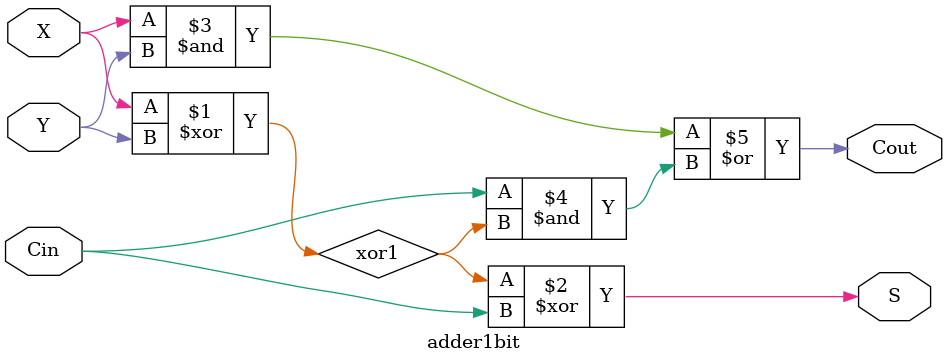
<source format=v>
module adder1bit (
    input wire X,
    input wire Y,
    input wire Cin,
    output wire S,
    output wire Cout
);

    assign xor1 = X ^ Y;
    assign S = xor1 ^ Cin;
    assign Cout = (X & Y) | (Cin & xor1);

endmodule
</source>
